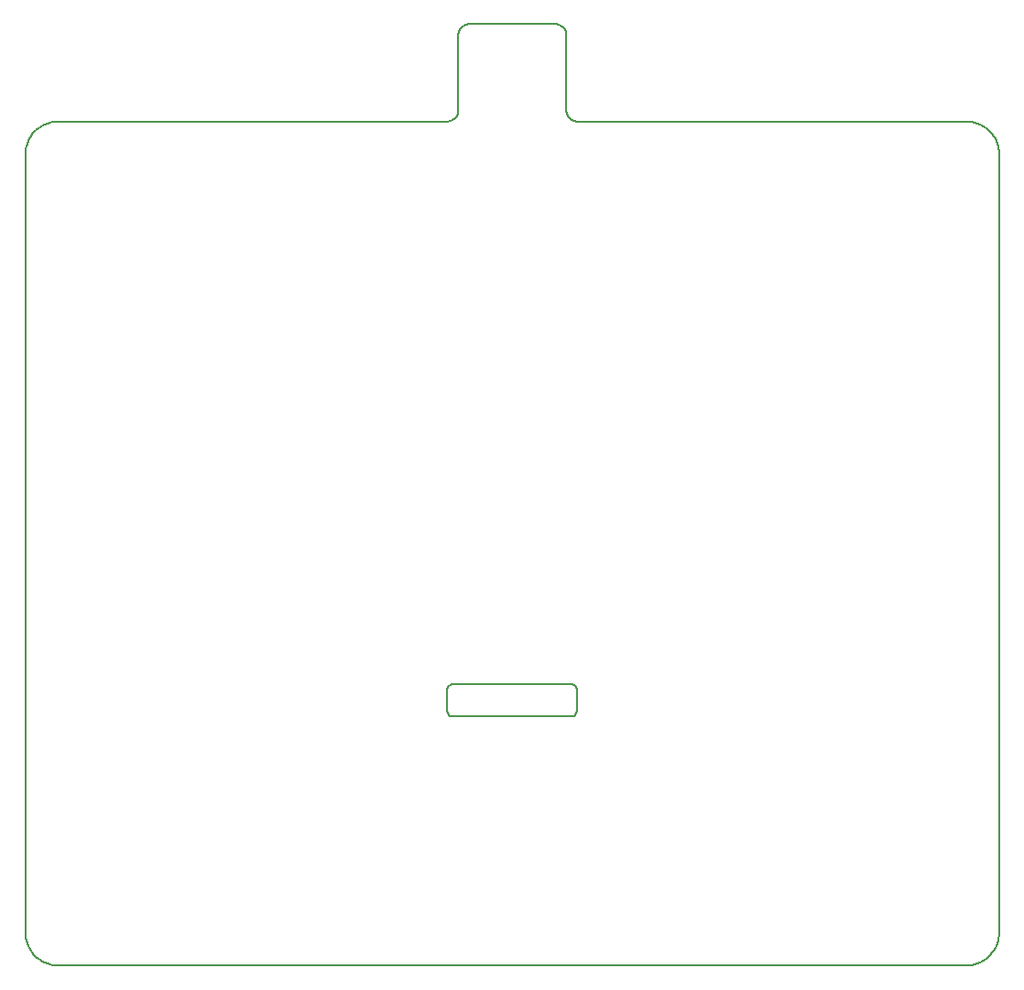
<source format=gm1>
G04*
G04 #@! TF.GenerationSoftware,Altium Limited,Altium Designer,22.1.2 (22)*
G04*
G04 Layer_Color=16711935*
%FSLAX25Y25*%
%MOIN*%
G70*
G04*
G04 #@! TF.SameCoordinates,C32A1214-328F-4996-A91D-0F4ED86882B3*
G04*
G04*
G04 #@! TF.FilePolarity,Positive*
G04*
G01*
G75*
%ADD12C,0.00800*%
D12*
X196850Y338583D02*
X196716Y339602D01*
X196323Y340551D01*
X195697Y341367D01*
X194882Y341992D01*
X193932Y342386D01*
X192913Y342520D01*
X161417D02*
X160398Y342386D01*
X159449Y341992D01*
X158633Y341367D01*
X158008Y340551D01*
X157615Y339602D01*
X157480Y338583D01*
X153543Y307087D02*
X154562Y307221D01*
X155512Y307614D01*
X156327Y308240D01*
X156953Y309055D01*
X157346Y310005D01*
X157480Y311024D01*
X196850D02*
X196985Y310005D01*
X197378Y309055D01*
X198003Y308240D01*
X198819Y307614D01*
X199768Y307221D01*
X200787Y307087D01*
X198819Y90551D02*
X199803Y90815D01*
X200524Y91535D01*
X200787Y92520D01*
X153543D02*
X153807Y91535D01*
X154528Y90815D01*
X155512Y90551D01*
Y102362D02*
X154528Y102099D01*
X153807Y101378D01*
X153543Y100394D01*
X200787D02*
X200524Y101378D01*
X199803Y102099D01*
X198819Y102362D01*
X354331Y295276D02*
X354290Y296251D01*
X354170Y297220D01*
X353969Y298175D01*
X353691Y299111D01*
X353336Y300020D01*
X352907Y300897D01*
X352408Y301736D01*
X351840Y302530D01*
X351209Y303275D01*
X350519Y303965D01*
X349774Y304596D01*
X348980Y305163D01*
X348141Y305663D01*
X347264Y306092D01*
X346355Y306447D01*
X345419Y306725D01*
X344464Y306926D01*
X343495Y307046D01*
X342520Y307087D01*
X342520Y0D02*
X343495Y40D01*
X344464Y161D01*
X345419Y361D01*
X346355Y640D01*
X347264Y995D01*
X348141Y1424D01*
X348980Y1923D01*
X349774Y2490D01*
X350519Y3121D01*
X351209Y3812D01*
X351840Y4557D01*
X352408Y5351D01*
X352907Y6190D01*
X353336Y7067D01*
X353691Y7976D01*
X353969Y8912D01*
X354170Y9867D01*
X354290Y10836D01*
X354331Y11811D01*
X0D02*
X40Y10836D01*
X161Y9867D01*
X361Y8912D01*
X640Y7976D01*
X995Y7067D01*
X1424Y6190D01*
X1923Y5351D01*
X2490Y4557D01*
X3121Y3812D01*
X3812Y3121D01*
X4557Y2490D01*
X5351Y1923D01*
X6190Y1424D01*
X7067Y995D01*
X7976Y640D01*
X8912Y361D01*
X9867Y161D01*
X10836Y40D01*
X11811Y0D01*
X11811Y307087D02*
X10836Y307046D01*
X9867Y306926D01*
X8912Y306725D01*
X7976Y306447D01*
X7067Y306092D01*
X6190Y305663D01*
X5351Y305163D01*
X4557Y304596D01*
X3812Y303965D01*
X3121Y303275D01*
X2490Y302530D01*
X1923Y301736D01*
X1424Y300897D01*
X995Y300020D01*
X640Y299111D01*
X361Y298175D01*
X161Y297220D01*
X40Y296251D01*
X0Y295276D01*
X161417Y342520D02*
X192913D01*
X157480Y311024D02*
Y338583D01*
X196850Y311024D02*
Y338583D01*
X133858Y307087D02*
X153543D01*
X200787Y307087D02*
X220473D01*
X11811Y307087D02*
X133858D01*
X220473Y307087D02*
X334646Y307087D01*
X155512Y90551D02*
X198819D01*
X153543Y92520D02*
Y100394D01*
X155512Y102362D02*
X198819D01*
X200787Y92520D02*
Y100394D01*
X0Y287402D02*
Y295276D01*
X334646Y307087D02*
X342520D01*
X354331Y212598D02*
Y295276D01*
Y11811D02*
Y62992D01*
X11811Y0D02*
X342520D01*
X0Y11811D02*
Y287402D01*
X354331Y62992D02*
Y212598D01*
M02*

</source>
